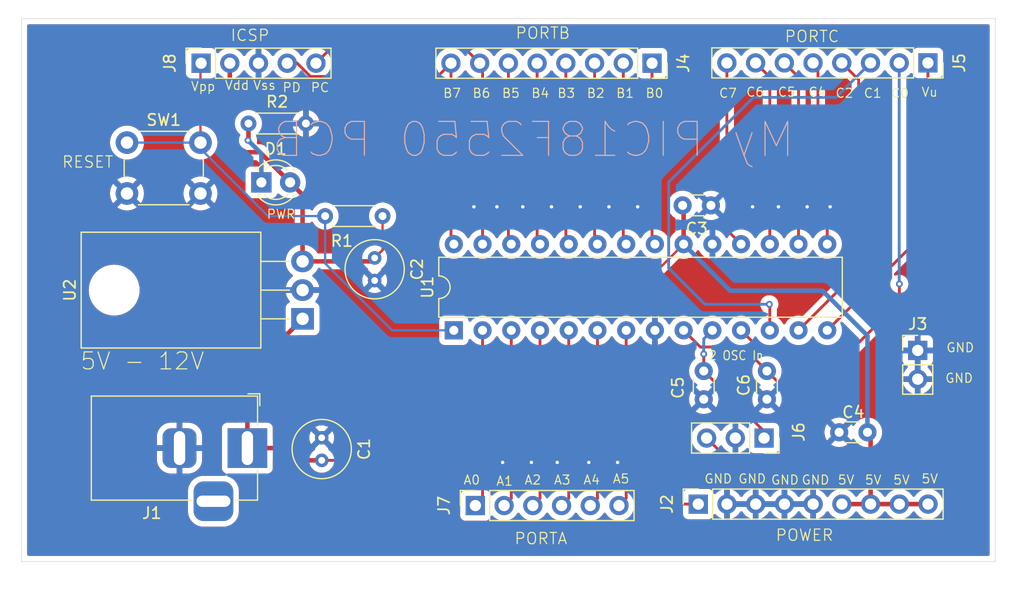
<source format=kicad_pcb>
(kicad_pcb (version 20240108) (generator "pcbnew") (generator_version "8.0")
  (layers (0 "F.Cu" signal) (31 "B.Cu" signal) (34 "B.Paste" user) (35 "F.Paste" user) (36 "B.SilkS" user "B.Silkscreen") (37 "F.SilkS" user "F.Silkscreen") (38 "B.Mask" user) (39 "F.Mask" user) (44 "Edge.Cuts" user))
  (net 0 "")
  (net 1 "GND")
  (net 2 "Vin")
  (net 3 "+5V")
  (net 4 "OSCI2")
  (net 5 "OSC1")
  (net 6 "Net-(D1-K)")
  (net 7 "RB4")
  (net 8 "RB1")
  (net 9 "RB0")
  (net 10 "RB2")
  (net 11 "RB5")
  (net 12 "RB7")
  (net 13 "RB3")
  (net 14 "RB6")
  (net 15 "RC4")
  (net 16 "RC1")
  (net 17 "RC7")
  (net 18 "Vu")
  (net 19 "RC0")
  (net 20 "RC5")
  (net 21 "RC6")
  (net 22 "RC2")
  (net 23 "RA3")
  (net 24 "RA4")
  (net 25 "RA2")
  (net 26 "RA0")
  (net 27 "RA1")
  (net 28 "RA5")
  (net 29 "MCLR")
  (footprint "Resistor_THT:R_Axial_DIN0204_L3.6mm_D1.6mm_P5.08mm_Horizontal" (layer "F.Cu") (at 86.741 48.514)
    (property "Reference" "R2" (at 2.54 -1.92 0) (layer "F.SilkS"))
    (property "Value" "10k")
    (fp_line (start 0.62 -0.92) (end 4.46 -0.92) (stroke (width 0.12)) (layer "F.SilkS"))
    (fp_line (start 0.62 0.92) (end 4.46 0.92) (stroke (width 0.12)) (layer "F.SilkS"))
    (pad "1" thru_hole circle (at 0 0) (size 1.4 1.4) (drill 0.7) (layers "*.Cu" "*.Mask") (net 6 "Net-(D1-K)"))
    (pad "2" thru_hole oval (at 5.08 0) (size 1.4 1.4) (drill 0.7) (layers "*.Cu" "*.Mask") (net 1 "GND"))
  )
  (footprint "Capacitor_THT:C_Radial_D5.0mm_H5.0mm_P2.00mm" (layer "F.Cu") (at 97.9 60.4 -90)
    (property "Reference" "C2" (at 1 -3.75 90) (layer "F.SilkS"))
    (property "Value" "1u")
    (fp_circle (center 1 0) (end 3.62 0) (stroke (width 0.12)) (fill none) (layer "F.SilkS"))
    (pad "1" thru_hole circle (at 0 0 270) (size 1.2 1.2) (drill 0.6) (layers "*.Cu" "*.Mask") (net 3 "+5V"))
    (pad "2" thru_hole circle (at 2 0 270) (size 1.2 1.2) (drill 0.6) (layers "*.Cu" "*.Mask") (net 1 "GND"))
  )
  (footprint "Capacitor_THT:C_Radial_D5.0mm_H5.0mm_P2.00mm" (layer "F.Cu") (at 93.218 76.3005 -90)
    (property "Reference" "C1" (at 1 -3.75 90) (layer "F.SilkS"))
    (property "Value" "100u")
    (fp_circle (center 1 0) (end 3.62 0) (stroke (width 0.12)) (fill none) (layer "F.SilkS"))
    (pad "1" thru_hole circle (at 0 0 270) (size 1.2 1.2) (drill 0.6) (layers "*.Cu" "*.Mask") (net 1 "GND"))
    (pad "2" thru_hole circle (at 2 0 270) (size 1.2 1.2) (drill 0.6) (layers "*.Cu" "*.Mask") (net 2 "Vin"))
  )
  (footprint "Capacitor_THT:C_Disc_D3.0mm_W1.6mm_P2.50mm" (layer "F.Cu") (at 127 70.398 -90)
    (property "Reference" "C5" (at 1.484 2.286 90) (layer "F.SilkS"))
    (property "Value" "22p")
    (fp_line (start 0.621 0.92) (end 1.879 0.92) (stroke (width 0.12)) (layer "F.SilkS"))
    (fp_line (start 0.621 -0.92) (end 1.879 -0.92) (stroke (width 0.12)) (layer "F.SilkS"))
    (pad "1" thru_hole circle (at 0 0 270) (size 1.6 1.6) (drill 0.8) (layers "*.Cu" "*.Mask") (net 4 "OSCI2"))
    (pad "2" thru_hole circle (at 2.5 0 270) (size 1.6 1.6) (drill 0.8) (layers "*.Cu" "*.Mask") (net 1 "GND"))
  )
  (footprint "Button_Switch_THT:SW_PUSH_6mm" (layer "F.Cu") (at 75.998 50.201)
    (property "Reference" "SW1" (at 3.25 -2 0) (layer "F.SilkS"))
    (property "Value" "SW_Push")
    (fp_line (start -0.25 1.5) (end -0.25 3) (stroke (width 0.12)) (layer "F.SilkS"))
    (fp_line (start 1 5.5) (end 5.5 5.5) (stroke (width 0.12)) (layer "F.SilkS"))
    (fp_line (start 5.5 -1) (end 1 -1) (stroke (width 0.12)) (layer "F.SilkS"))
    (fp_line (start 6.75 3) (end 6.75 1.5) (stroke (width 0.12)) (layer "F.SilkS"))
    (pad "1" thru_hole circle (at 0 0 90) (size 2 2) (drill 1.1) (layers "*.Cu" "*.Mask") (net 29 "MCLR"))
    (pad "1" thru_hole circle (at 6.5 0 90) (size 2 2) (drill 1.1) (layers "*.Cu" "*.Mask") (net 29 "MCLR"))
    (pad "2" thru_hole circle (at 0 4.5 90) (size 2 2) (drill 1.1) (layers "*.Cu" "*.Mask") (net 1 "GND"))
    (pad "2" thru_hole circle (at 6.5 4.5 90) (size 2 2) (drill 1.1) (layers "*.Cu" "*.Mask") (net 1 "GND"))
  )
  (footprint "Connector_PinSocket_2.54mm:PinSocket_1x03_P2.54mm_Vertical" (layer "F.Cu") (at 132.334 76.327 -90)
    (property "Reference" "J6" (at -0.533 -3.063 90) (layer "F.SilkS"))
    (property "Value" "OSC Port")
    (fp_line (start -1.33 6.41) (end 1.33 6.41) (stroke (width 0.12)) (layer "F.SilkS"))
    (fp_line (start -1.33 1.27) (end -1.33 6.41) (stroke (width 0.12)) (layer "F.SilkS"))
    (fp_line (start -1.33 1.27) (end 1.33 1.27) (stroke (width 0.12)) (layer "F.SilkS"))
    (fp_line (start 1.33 1.27) (end 1.33 6.41) (stroke (width 0.12)) (layer "F.SilkS"))
    (fp_line (start 0 -1.33) (end 1.33 -1.33) (stroke (width 0.12)) (layer "F.SilkS"))
    (fp_line (start 1.33 -1.33) (end 1.33 0) (stroke (width 0.12)) (layer "F.SilkS"))
    (pad "1" thru_hole rect (at 0 0 270) (size 1.7 1.7) (drill 1) (layers "*.Cu" "*.Mask") (net 4 "OSCI2"))
    (pad "2" thru_hole oval (at 0 2.54 270) (size 1.7 1.7) (drill 1) (layers "*.Cu" "*.Mask") (net 1 "GND"))
    (pad "3" thru_hole oval (at 0 5.08 270) (size 1.7 1.7) (drill 1) (layers "*.Cu" "*.Mask") (net 5 "OSC1"))
  )
  (footprint "Connector_BarrelJack:BarrelJack_Horizontal" (layer "F.Cu") (at 86.645 77.216)
    (property "Reference" "J1" (at -8.45 5.75 0) (layer "F.SilkS"))
    (property "Value" "Barrel_Jack")
    (fp_line (start -13.8 -4.6) (end 0.9 -4.6) (stroke (width 0.12)) (layer "F.SilkS"))
    (fp_line (start -13.8 4.6) (end -13.8 -4.6) (stroke (width 0.12)) (layer "F.SilkS"))
    (fp_line (start -5 4.6) (end -13.8 4.6) (stroke (width 0.12)) (layer "F.SilkS"))
    (fp_line (start 0.05 -4.8) (end 1.1 -4.8) (stroke (width 0.12)) (layer "F.SilkS"))
    (fp_line (start 0.9 -4.6) (end 0.9 -2) (stroke (width 0.12)) (layer "F.SilkS"))
    (fp_line (start 0.9 1.9) (end 0.9 4.6) (stroke (width 0.12)) (layer "F.SilkS"))
    (fp_line (start 0.9 4.6) (end -1 4.6) (stroke (width 0.12)) (layer "F.SilkS"))
    (fp_line (start 1.1 -3.75) (end 1.1 -4.8) (stroke (width 0.12)) (layer "F.SilkS"))
    (pad "1" thru_hole rect (at 0 0) (size 3.5 3.5) (drill oval 1 3) (layers "*.Cu" "*.Mask") (net 2 "Vin"))
    (pad "2" thru_hole roundrect (at -6 0) (size 3 3.5) (drill oval 1 3) (layers "*.Cu" "*.Mask") (net 1 "GND"))
    (pad "3" thru_hole roundrect (at -3 4.7) (size 3.5 3.5) (drill oval 3 1) (layers "*.Cu" "*.Mask"))
  )
  (footprint "Connector_PinHeader_2.54mm:PinHeader_1x02_P2.54mm_Vertical" (layer "F.Cu") (at 145.923 68.58)
    (property "Reference" "J3" (at 0 -2.33 0) (layer "F.SilkS"))
    (property "Value" "GND Hook")
    (fp_line (start -1.33 -1.33) (end 0 -1.33) (stroke (width 0.12)) (layer "F.SilkS"))
    (fp_line (start -1.33 0) (end -1.33 -1.33) (stroke (width 0.12)) (layer "F.SilkS"))
    (fp_line (start -1.33 1.27) (end -1.33 3.87) (stroke (width 0.12)) (layer "F.SilkS"))
    (fp_line (start -1.33 1.27) (end 1.33 1.27) (stroke (width 0.12)) (layer "F.SilkS"))
    (fp_line (start -1.33 3.87) (end 1.33 3.87) (stroke (width 0.12)) (layer "F.SilkS"))
    (fp_line (start 1.33 1.27) (end 1.33 3.87) (stroke (width 0.12)) (layer "F.SilkS"))
    (pad "1" thru_hole rect (at 0 0) (size 1.7 1.7) (drill 1) (layers "*.Cu" "*.Mask") (net 1 "GND"))
    (pad "2" thru_hole oval (at 0 2.54) (size 1.7 1.7) (drill 1) (layers "*.Cu" "*.Mask") (net 1 "GND"))
  )
  (footprint "Resistor_THT:R_Axial_DIN0204_L3.6mm_D1.6mm_P5.08mm_Horizontal" (layer "F.Cu") (at 98.6 56.7 180)
    (property "Reference" "R1" (at 3.6 -2.2 360) (layer "F.SilkS"))
    (property "Value" "10k")
    (fp_line (start 0.62 0.92) (end 4.46 0.92) (stroke (width 0.12)) (layer "F.SilkS"))
    (fp_line (start 0.62 -0.92) (end 4.46 -0.92) (stroke (width 0.12)) (layer "F.SilkS"))
    (pad "1" thru_hole circle (at 0 0 180) (size 1.4 1.4) (drill 0.7) (layers "*.Cu" "*.Mask") (net 3 "+5V"))
    (pad "2" thru_hole oval (at 5.08 0 180) (size 1.4 1.4) (drill 0.7) (layers "*.Cu" "*.Mask") (net 29 "MCLR"))
  )
  (footprint "Package_TO_SOT_THT:TO-220-3_Horizontal_TabDown" (layer "F.Cu") (at 91.526 65.786 90)
    (property "Reference" "U2" (at 2.54 -20.58 90) (layer "F.SilkS"))
    (property "Value" "L7805")
    (fp_line (start 7.66 -19.58) (end 7.66 -3.69) (stroke (width 0.12)) (layer "F.SilkS"))
    (fp_line (start -2.58 -19.58) (end 7.66 -19.58) (stroke (width 0.12)) (layer "F.SilkS"))
    (fp_line (start -2.58 -19.58) (end -2.58 -3.69) (stroke (width 0.12)) (layer "F.SilkS"))
    (fp_line (start 5.08 -3.69) (end 5.08 -1.15) (stroke (width 0.12)) (layer "F.SilkS"))
    (fp_line (start 2.54 -3.69) (end 2.54 -1.15) (stroke (width 0.12)) (layer "F.SilkS"))
    (fp_line (start 0 -3.69) (end 0 -1.15) (stroke (width 0.12)) (layer "F.SilkS"))
    (fp_line (start -2.58 -3.69) (end 7.66 -3.69) (stroke (width 0.12)) (layer "F.SilkS"))
    (pad "" np_thru_hole oval (at 2.54 -16.66 90) (size 3.5 3.5) (drill 3.5) (layers "*.Cu" "*.Mask"))
    (pad "1" thru_hole rect (at 0 0 90) (size 1.905 2) (drill 1.1) (layers "*.Cu" "*.Mask") (net 2 "Vin"))
    (pad "2" thru_hole oval (at 2.54 0 90) (size 1.905 2) (drill 1.1) (layers "*.Cu" "*.Mask") (net 1 "GND"))
    (pad "3" thru_hole oval (at 5.08 0 90) (size 1.905 2) (drill 1.1) (layers "*.Cu" "*.Mask") (net 3 "+5V"))
  )
  (footprint "Connector_PinSocket_2.54mm:PinSocket_1x09_P2.54mm_Vertical" (layer "F.Cu") (at 126.517 82.169 90)
    (property "Reference" "J2" (at 0 -2.77 90) (layer "F.SilkS"))
    (property "Value" "Power Port")
    (fp_line (start 1.33 -1.33) (end 1.33 0) (stroke (width 0.12)) (layer "F.SilkS"))
    (fp_line (start 0 -1.33) (end 1.33 -1.33) (stroke (width 0.12)) (layer "F.SilkS"))
    (fp_line (start 1.33 1.27) (end 1.33 21.65) (stroke (width 0.12)) (layer "F.SilkS"))
    (fp_line (start -1.33 1.27) (end 1.33 1.27) (stroke (width 0.12)) (layer "F.SilkS"))
    (fp_line (start -1.33 1.27) (end -1.33 21.65) (stroke (width 0.12)) (layer "F.SilkS"))
    (fp_line (start -1.33 21.65) (end 1.33 21.65) (stroke (width 0.12)) (layer "F.SilkS"))
    (pad "1" thru_hole rect (at 0 0 90) (size 1.7 1.7) (drill 1) (layers "*.Cu" "*.Mask") (net 2 "Vin"))
    (pad "2" thru_hole oval (at 0 2.54 90) (size 1.7 1.7) (drill 1) (layers "*.Cu" "*.Mask") (net 1 "GND"))
    (pad "3" thru_hole oval (at 0 5.08 90) (size 1.7 1.7) (drill 1) (layers "*.Cu" "*.Mask") (net 1 "GND"))
    (pad "4" thru_hole oval (at 0 7.62 90) (size 1.7 1.7) (drill 1) (layers "*.Cu" "*.Mask") (net 1 "GND"))
    (pad "5" thru_hole oval (at 0 10.16 90) (size 1.7 1.7) (drill 1) (layers "*.Cu" "*.Mask") (net 1 "GND"))
    (pad "6" thru_hole oval (at 0 12.7 90) (size 1.7 1.7) (drill 1) (layers "*.Cu" "*.Mask") (net 3 "+5V"))
    (pad "7" thru_hole oval (at 0 15.24 90) (size 1.7 1.7) (drill 1) (layers "*.Cu" "*.Mask") (net 3 "+5V"))
    (pad "8" thru_hole oval (at 0 17.78 90) (size 1.7 1.7) (drill 1) (layers "*.Cu" "*.Mask") (net 3 "+5V"))
    (pad "9" thru_hole oval (at 0 20.32 90) (size 1.7 1.7) (drill 1) (layers "*.Cu" "*.Mask") (net 3 "+5V"))
  )
  (footprint "Capacitor_THT:C_Disc_D3.0mm_W1.6mm_P2.50mm" (layer "F.Cu") (at 132.588 72.898 90)
    (property "Reference" "C6" (at 1.25 -2.05 90) (layer "F.SilkS"))
    (property "Value" "22p")
    (fp_line (start 0.621 -0.92) (end 1.879 -0.92) (stroke (width 0.12)) (layer "F.SilkS"))
    (fp_line (start 0.621 0.92) (end 1.879 0.92) (stroke (width 0.12)) (layer "F.SilkS"))
    (pad "1" thru_hole circle (at 0 0 90) (size 1.6 1.6) (drill 0.8) (layers "*.Cu" "*.Mask") (net 1 "GND"))
    (pad "2" thru_hole circle (at 2.5 0 90) (size 1.6 1.6) (drill 0.8) (layers "*.Cu" "*.Mask") (net 5 "OSC1"))
  )
  (footprint "Capacitor_THT:C_Disc_D3.0mm_W1.6mm_P2.50mm" (layer "F.Cu") (at 138.978 75.819)
    (property "Reference" "C4" (at 1.25 -1.778 0) (layer "F.SilkS"))
    (property "Value" "100n")
    (fp_line (start 0.621 -0.92) (end 1.879 -0.92) (stroke (width 0.12)) (layer "F.SilkS"))
    (fp_line (start 0.621 0.92) (end 1.879 0.92) (stroke (width 0.12)) (layer "F.SilkS"))
    (pad "1" thru_hole circle (at 0 0) (size 1.6 1.6) (drill 0.8) (layers "*.Cu" "*.Mask") (net 1 "GND"))
    (pad "2" thru_hole circle (at 2.5 0) (size 1.6 1.6) (drill 0.8) (layers "*.Cu" "*.Mask") (net 3 "+5V"))
  )
  (footprint "LED_THT:LED_D3.0mm" (layer "F.Cu") (at 87.884 53.721)
    (property "Reference" "D1" (at 1.27 -2.96 0) (layer "F.SilkS"))
    (property "Value" "LED")
    (fp_line (start -0.29 -1.236) (end -0.29 -1.08) (stroke (width 0.12)) (layer "F.SilkS"))
    (fp_line (start -0.29 1.08) (end -0.29 1.236) (stroke (width 0.12)) (layer "F.SilkS"))
    (fp_arc (start -0.29 -1.235516) (mid 1.366487 -1.987659) (end 2.942335 -1.078608) (stroke (width 0.12)) (layer "F.SilkS"))
    (fp_arc (start 0.229039 -1.08) (mid 1.270117 -1.5) (end 2.31113 -1.079837) (stroke (width 0.12)) (layer "F.SilkS"))
    (fp_arc (start 2.31113 1.079837) (mid 1.270117 1.5) (end 0.229039 1.08) (stroke (width 0.12)) (layer "F.SilkS"))
    (fp_arc (start 2.942335 1.078608) (mid 1.366487 1.987659) (end -0.29 1.235516) (stroke (width 0.12)) (layer "F.SilkS"))
    (pad "1" thru_hole rect (at 0 0) (size 1.8 1.8) (drill 0.9) (layers "*.Cu" "*.Mask") (net 6 "Net-(D1-K)"))
    (pad "2" thru_hole circle (at 2.54 0) (size 1.8 1.8) (drill 0.9) (layers "*.Cu" "*.Mask") (net 3 "+5V"))
  )
  (footprint "Connector_PinSocket_2.54mm:PinSocket_1x06_P2.54mm_Vertical" (layer "F.Cu") (at 106.807 82.296 90)
    (property "Reference" "J7" (at 0 -2.77 90) (layer "F.SilkS"))
    (property "Value" "PORTA")
    (fp_line (start 1.33 -1.33) (end 1.33 0) (stroke (width 0.12)) (layer "F.SilkS"))
    (fp_line (start 0 -1.33) (end 1.33 -1.33) (stroke (width 0.12)) (layer "F.SilkS"))
    (fp_line (start 1.33 1.27) (end 1.33 14.03) (stroke (width 0.12)) (layer "F.SilkS"))
    (fp_line (start -1.33 1.27) (end 1.33 1.27) (stroke (width 0.12)) (layer "F.SilkS"))
    (fp_line (start -1.33 1.27) (end -1.33 14.03) (stroke (width 0.12)) (layer "F.SilkS"))
    (fp_line (start -1.33 14.03) (end 1.33 14.03) (stroke (width 0.12)) (layer "F.SilkS"))
    (pad "1" thru_hole rect (at 0 0 90) (size 1.7 1.7) (drill 1) (layers "*.Cu" "*.Mask") (net 26 "RA0"))
    (pad "2" thru_hole oval (at 0 2.54 90) (size 1.7 1.7) (drill 1) (layers "*.Cu" "*.Mask") (net 27 "RA1"))
    (pad "3" thru_hole oval (at 0 5.08 90) (size 1.7 1.7) (drill 1) (layers "*.Cu" "*.Mask") (net 25 "RA2"))
    (pad "4" thru_hole oval (at 0 7.62 90) (size 1.7 1.7) (drill 1) (layers "*.Cu" "*.Mask") (net 23 "RA3"))
    (pad "5" thru_hole oval (at 0 10.16 90) (size 1.7 1.7) (drill 1) (layers "*.Cu" "*.Mask") (net 24 "RA4"))
    (pad "6" thru_hole oval (at 0 12.7 90) (size 1.7 1.7) (drill 1) (layers "*.Cu" "*.Mask") (net 28 "RA5"))
  )
  (footprint "Connector_PinSocket_2.54mm:PinSocket_1x08_P2.54mm_Vertical" (layer "F.Cu") (at 122.428 43.18 -90)
    (property "Reference" "J4" (at 0 -2.77 90) (layer "F.SilkS"))
    (property "Value" "PORTB")
    (fp_line (start -1.33 19.11) (end 1.33 19.11) (stroke (width 0.12)) (layer "F.SilkS"))
    (fp_line (start -1.33 1.27) (end -1.33 19.11) (stroke (width 0.12)) (layer "F.SilkS"))
    (fp_line (start -1.33 1.27) (end 1.33 1.27) (stroke (width 0.12)) (layer "F.SilkS"))
    (fp_line (start 1.33 1.27) (end 1.33 19.11) (stroke (width 0.12)) (layer "F.SilkS"))
    (fp_line (start 0 -1.33) (end 1.33 -1.33) (stroke (width 0.12)) (layer "F.SilkS"))
    (fp_line (start 1.33 -1.33) (end 1.33 0) (stroke (width 0.12)) (layer "F.SilkS"))
    (pad "1" thru_hole rect (at 0 0 270) (size 1.7 1.7) (drill 1) (layers "*.Cu" "*.Mask") (net 9 "RB0"))
    (pad "2" thru_hole oval (at 0 2.54 270) (size 1.7 1.7) (drill 1) (layers "*.Cu" "*.Mask") (net 8 "RB1"))
    (pad "3" thru_hole oval (at 0 5.08 270) (size 1.7 1.7) (drill 1) (layers "*.Cu" "*.Mask") (net 10 "RB2"))
    (pad "4" thru_hole oval (at 0 7.62 270) (size 1.7 1.7) (drill 1) (layers "*.Cu" "*.Mask") (net 13 "RB3"))
    (pad "5" thru_hole oval (at 0 10.16 270) (size 1.7 1.7) (drill 1) (layers "*.Cu" "*.Mask") (net 7 "RB4"))
    (pad "6" thru_hole oval (at 0 12.7 270) (size 1.7 1.7) (drill 1) (layers "*.Cu" "*.Mask") (net 11 "RB5"))
    (pad "7" thru_hole oval (at 0 15.24 270) (size 1.7 1.7) (drill 1) (layers "*.Cu" "*.Mask") (net 14 "RB6"))
    (pad "8" thru_hole oval (at 0 17.78 270) (size 1.7 1.7) (drill 1) (layers "*.Cu" "*.Mask") (net 12 "RB7"))
  )
  (footprint "Capacitor_THT:C_Disc_D3.0mm_W1.6mm_P2.50mm" (layer "F.Cu") (at 127.635 55.753 180)
    (property "Reference" "C3" (at 1.25 -2.05 0) (layer "F.SilkS"))
    (property "Value" "100n")
    (fp_line (start 0.621 0.92) (end 1.879 0.92) (stroke (width 0.12)) (layer "F.SilkS"))
    (fp_line (start 0.621 -0.92) (end 1.879 -0.92) (stroke (width 0.12)) (layer "F.SilkS"))
    (pad "1" thru_hole circle (at 0 0 180) (size 1.6 1.6) (drill 0.8) (layers "*.Cu" "*.Mask") (net 1 "GND"))
    (pad "2" thru_hole circle (at 2.5 0 180) (size 1.6 1.6) (drill 0.8) (layers "*.Cu" "*.Mask") (net 3 "+5V"))
  )
  (footprint "Connector_PinSocket_2.54mm:PinSocket_1x05_P2.54mm_Vertical" (layer "F.Cu") (at 82.55 43.18 90)
    (property "Reference" "J8" (at 0 -2.77 90) (layer "F.SilkS"))
    (property "Value" "ICSP Port")
    (fp_line (start 1.33 -1.33) (end 1.33 0) (stroke (width 0.12)) (layer "F.SilkS"))
    (fp_line (start 0 -1.33) (end 1.33 -1.33) (stroke (width 0.12)) (layer "F.SilkS"))
    (fp_line (start 1.33 1.27) (end 1.33 11.49) (stroke (width 0.12)) (layer "F.SilkS"))
    (fp_line (start -1.33 1.27) (end 1.33 1.27) (stroke (width 0.12)) (layer "F.SilkS"))
    (fp_line (start -1.33 1.27) (end -1.33 11.49) (stroke (width 0.12)) (layer "F.SilkS"))
    (fp_line (start -1.33 11.49) (end 1.33 11.49) (stroke (width 0.12)) (layer "F.SilkS"))
    (pad "1" thru_hole rect (at 0 0 90) (size 1.7 1.7) (drill 1) (layers "*.Cu" "*.Mask") (net 29 "MCLR"))
    (pad "2" thru_hole oval (at 0 2.54 90) (size 1.7 1.7) (drill 1) (layers "*.Cu" "*.Mask") (net 3 "+5V"))
    (pad "3" thru_hole oval (at 0 5.08 90) (size 1.7 1.7) (drill 1) (layers "*.Cu" "*.Mask") (net 1 "GND"))
    (pad "4" thru_hole oval (at 0 7.62 90) (size 1.7 1.7) (drill 1) (layers "*.Cu" "*.Mask") (net 12 "RB7"))
    (pad "5" thru_hole oval (at 0 10.16 90) (size 1.7 1.7) (drill 1) (layers "*.Cu" "*.Mask") (net 14 "RB6"))
  )
  (footprint "Package_DIP:DIP-28_W7.62mm" (layer "F.Cu") (at 104.902 66.802 90)
    (property "Reference" "U1" (at 3.81 -2.33 90) (layer "F.SilkS"))
    (property "Value" "PIC18F2550-ISP")
    (fp_line (start 6.46 -1.33) (end 4.81 -1.33) (stroke (width 0.12)) (layer "F.SilkS"))
    (fp_line (start 2.81 -1.33) (end 1.16 -1.33) (stroke (width 0.12)) (layer "F.SilkS"))
    (fp_line (start 1.16 -1.33) (end 1.16 34.35) (stroke (width 0.12)) (layer "F.SilkS"))
    (fp_line (start 6.46 34.35) (end 6.46 -1.33) (stroke (width 0.12)) (layer "F.SilkS"))
    (fp_line (start 1.16 34.35) (end 6.46 34.35) (stroke (width 0.12)) (layer "F.SilkS"))
    (fp_arc (start 4.81 -1.33) (mid 3.81 -0.33) (end 2.81 -1.33) (stroke (width 0.12)) (layer "F.SilkS"))
    (pad "1" thru_hole rect (at 0 0 90) (size 1.6 1.6) (drill 0.8) (layers "*.Cu" "*.Mask") (net 29 "MCLR"))
    (pad "2" thru_hole oval (at 0 2.54 90) (size 1.6 1.6) (drill 0.8) (layers "*.Cu" "*.Mask") (net 26 "RA0"))
    (pad "3" thru_hole oval (at 0 5.08 90) (size 1.6 1.6) (drill 0.8) (layers "*.Cu" "*.Mask") (net 27 "RA1"))
    (pad "4" thru_hole oval (at 0 7.62 90) (size 1.6 1.6) (drill 0.8) (layers "*.Cu" "*.Mask") (net 25 "RA2"))
    (pad "5" thru_hole oval (at 0 10.16 90) (size 1.6 1.6) (drill 0.8) (layers "*.Cu" "*.Mask") (net 23 "RA3"))
    (pad "6" thru_hole oval (at 0 12.7 90) (size 1.6 1.6) (drill 0.8) (layers "*.Cu" "*.Mask") (net 24 "RA4"))
    (pad "7" thru_hole oval (at 0 15.24 90) (size 1.6 1.6) (drill 0.8) (layers "*.Cu" "*.Mask") (net 28 "RA5"))
    (pad "8" thru_hole oval (at 0 17.78 90) (size 1.6 1.6) (drill 0.8) (layers "*.Cu" "*.Mask") (net 1 "GND"))
    (pad "9" thru_hole oval (at 0 20.32 90) (size 1.6 1.6) (drill 0.8) (layers "*.Cu" "*.Mask") (net 5 "OSC1"))
    (pad "10" thru_hole oval (at 0 22.86 90) (size 1.6 1.6) (drill 0.8) (layers "*.Cu" "*.Mask") (net 4 "OSCI2"))
    (pad "11" thru_hole oval (at 0 25.4 90) (size 1.6 1.6) (drill 0.8) (layers "*.Cu" "*.Mask") (net 19 "RC0"))
    (pad "12" thru_hole oval (at 0 27.94 90) (size 1.6 1.6) (drill 0.8) (layers "*.Cu" "*.Mask") (net 16 "RC1"))
    (pad "13" thru_hole oval (at 0 30.48 90) (size 1.6 1.6) (drill 0.8) (layers "*.Cu" "*.Mask") (net 22 "RC2"))
    (pad "14" thru_hole oval (at 0 33.02 90) (size 1.6 1.6) (drill 0.8) (layers "*.Cu" "*.Mask") (net 18 "Vu"))
    (pad "15" thru_hole oval (at 7.62 33.02 90) (size 1.6 1.6) (drill 0.8) (layers "*.Cu" "*.Mask") (net 15 "RC4"))
    (pad "16" thru_hole oval (at 7.62 30.48 90) (size 1.6 1.6) (drill 0.8) (layers "*.Cu" "*.Mask") (net 20 "RC5"))
    (pad "17" thru_hole oval (at 7.62 27.94 90) (size 1.6 1.6) (drill 0.8) (layers "*.Cu" "*.Mask") (net 21 "RC6"))
    (pad "18" thru_hole oval (at 7.62 25.4 90) (size 1.6 1.6) (drill 0.8) (layers "*.Cu" "*.Mask") (net 17 "RC7"))
    (pad "19" thru_hole oval (at 7.62 22.86 90) (size 1.6 1.6) (drill 0.8) (layers "*.Cu" "*.Mask") (net 1 "GND"))
    (pad "20" thru_hole oval (at 7.62 20.32 90) (size 1.6 1.6) (drill 0.8) (layers "*.Cu" "*.Mask") (net 3 "+5V"))
    (pad "21" thru_hole oval (at 7.62 17.78 90) (size 1.6 1.6) (drill 0.8) (layers "*.Cu" "*.Mask") (net 9 "RB0"))
    (pad "22" thru_hole oval (at 7.62 15.24 90) (size 1.6 1.6) (drill 0.8) (layers "*.Cu" "*.Mask") (net 8 "RB1"))
    (pad "23" thru_hole oval (at 7.62 12.7 90) (size 1.6 1.6) (drill 0.8) (layers "*.Cu" "*.Mask") (net 10 "RB2"))
    (pad "24" thru_hole oval (at 7.62 10.16 90) (size 1.6 1.6) (drill 0.8) (layers "*.Cu" "*.Mask") (net 13 "RB3"))
    (pad "25" thru_hole oval (at 7.62 7.62 90) (size 1.6 1.6) (drill 0.8) (layers "*.Cu" "*.Mask") (net 7 "RB4"))
    (pad "26" thru_hole oval (at 7.62 5.08 90) (size 1.6 1.6) (drill 0.8) (layers "*.Cu" "*.Mask") (net 11 "RB5"))
    (pad "27" thru_hole oval (at 7.62 2.54 90) (size 1.6 1.6) (drill 0.8) (layers "*.Cu" "*.Mask") (net 14 "RB6"))
    (pad "28" thru_hole oval (at 7.62 0 90) (size 1.6 1.6) (drill 0.8) (layers "*.Cu" "*.Mask") (net 12 "RB7"))
  )
  (footprint "Connector_PinSocket_2.54mm:PinSocket_1x08_P2.54mm_Vertical" (layer "F.Cu") (at 146.827 43.155 -90)
    (property "Reference" "J5" (at 0 -2.77 90) (layer "F.SilkS"))
    (property "Value" "PORTC")
    (fp_line (start -1.33 19.11) (end 1.33 19.11) (stroke (width 0.12)) (layer "F.SilkS"))
    (fp_line (start -1.33 1.27) (end -1.33 19.11) (stroke (width 0.12)) (layer "F.SilkS"))
    (fp_line (start -1.33 1.27) (end 1.33 1.27) (stroke (width 0.12)) (layer "F.SilkS"))
    (fp_line (start 1.33 1.27) (end 1.33 19.11) (stroke (width 0.12)) (layer "F.SilkS"))
    (fp_line (start 0 -1.33) (end 1.33 -1.33) (stroke (width 0.12)) (layer "F.SilkS"))
    (fp_line (start 1.33 -1.33) (end 1.33 0) (stroke (width 0.12)) (layer "F.SilkS"))
    (pad "1" thru_hole rect (at 0 0 270) (size 1.7 1.7) (drill 1) (layers "*.Cu" "*.Mask") (net 18 "Vu"))
    (pad "2" thru_hole oval (at 0 2.54 270) (size 1.7 1.7) (drill 1) (layers "*.Cu" "*.Mask") (net 19 "RC0"))
    (pad "3" thru_hole oval (at 0 5.08 270) (size 1.7 1.7) (drill 1) (layers "*.Cu" "*.Mask") (net 16 "RC1"))
    (pad "4" thru_hole oval (at 0 7.62 270) (size 1.7 1.7) (drill 1) (layers "*.Cu" "*.Mask") (net 22 "RC2"))
    (pad "5" thru_hole oval (at 0 10.16 270) (size 1.7 1.7) (drill 1) (layers "*.Cu" "*.Mask") (net 15 "RC4"))
    (pad "6" thru_hole oval (at 0 12.7 270) (size 1.7 1.7) (drill 1) (layers "*.Cu" "*.Mask") (net 20 "RC5"))
    (pad "7" thru_hole oval (at 0 15.24 270) (size 1.7 1.7) (drill 1) (layers "*.Cu" "*.Mask") (net 21 "RC6"))
    (pad "8" thru_hole oval (at 0 17.78 270) (size 1.7 1.7) (drill 1) (layers "*.Cu" "*.Mask") (net 17 "RC7"))
  )
  (gr_line (start 152.781 39.243) (end 66.675 39.243) (stroke (width 0.05)) (layer "Edge.Cuts"))
  (gr_line (start 66.675 87.249) (end 152.781 87.249) (stroke (width 0.05)) (layer "Edge.Cuts"))
  (gr_line (start 152.781 87.249) (end 152.781 39.243) (stroke (width 0.05)) (layer "Edge.Cuts"))
  (gr_line (start 66.675 39.243) (end 66.675 87.249) (stroke (width 0.05)) (layer "Edge.Cuts"))
  (gr_text "My PIC18F2550 PCB" (at 135.2 51.7 -0) (layer "B.SilkS") (effects (font (size 3 3) (thickness 0.1)) (justify left bottom mirror)))
  (gr_text "5V" (at 143.7 80.5 0) (layer "F.SilkS") (effects (font (size 0.8 0.8) (thickness 0.1)) (justify left bottom)))
  (gr_text "A5" (at 118.9 80.4 0) (layer "F.SilkS") (effects (font (size 0.8 0.8) (thickness 0.1)) (justify left bottom)))
  (gr_text "Vdd" (at 84.6 45.6 0) (layer "F.SilkS") (effects (font (size 0.8 0.8) (thickness 0.1)) (justify left bottom)))
  (gr_text "B5" (at 109.1 46.3 0) (layer "F.SilkS") (effects (font (size 0.8 0.8) (thickness 0.1)) (justify left bottom)))
  (gr_text "C6\n" (at 130.7 46.2 0) (layer "F.SilkS") (effects (font (size 0.8 0.8) (thickness 0.1)) (justify left bottom)))
  (gr_text "GND\n" (at 135.6 80.5 0) (layer "F.SilkS") (effects (font (size 0.8 0.8) (thickness 0.1)) (justify left bottom)))
  (gr_text "B3" (at 114 46.3 0) (layer "F.SilkS") (effects (font (size 0.8 0.8) (thickness 0.1)) (justify left bottom)))
  (gr_text "Vss" (at 87.1 45.6 0) (layer "F.SilkS") (effects (font (size 0.8 0.8) (thickness 0.1)) (justify left bottom)))
  (gr_text "PD" (at 89.7 45.8 0) (layer "F.SilkS") (effects (font (size 0.8 0.8) (thickness 0.1)) (justify left bottom)))
  (gr_text "B2" (at 116.6 46.3 0) (layer "F.SilkS") (effects (font (size 0.8 0.8) (thickness 0.1)) (justify left bottom)))
  (gr_text "5V - 12V\n" (at 71.8 70.4 0) (layer "F.SilkS") (effects (font (size 1.5 1.5) (thickness 0.1)) (justify left bottom)))
  (gr_text "A1\n" (at 108.6 80.6 0) (layer "F.SilkS") (effects (font (size 0.8 0.8) (thickness 0.1)) (justify left bottom)))
  (gr_text "B6" (at 106.5 46.3 0) (layer "F.SilkS") (effects (font (size 0.8 0.8) (thickness 0.1)) (justify left bottom)))
  (gr_text "B7" (at 103.9 46.3 0) (layer "F.SilkS") (effects (font (size 0.8 0.8) (thickness 0.1)) (justify left bottom)))
  (gr_text "GND\n" (at 132.9 80.5 0) (layer "F.SilkS") (effects (font (size 0.8 0.8) (thickness 0.1)) (justify left bottom)))
  (gr_text "A3\n" (at 113.7 80.5 0) (layer "F.SilkS") (effects (font (size 0.8 0.8) (thickness 0.1)) (justify left bottom)))
  (gr_text "5V" (at 141.2 80.5 0) (layer "F.SilkS") (effects (font (size 0.8 0.8) (thickness 0.1)) (justify left bottom)))
  (gr_text "B1" (at 119.2 46.3 0) (layer "F.SilkS") (effects (font (size 0.8 0.8) (thickness 0.1)) (justify left bottom)))
  (gr_text "C1" (at 141.1 46.3 0) (layer "F.SilkS") (effects (font (size 0.8 0.8) (thickness 0.1)) (justify left bottom)))
  (gr_text "B4" (at 111.7 46.3 0) (layer "F.SilkS") (effects (font (size 0.8 0.8) (thickness 0.1)) (justify left bottom)))
  (gr_text "Vpp\n" (at 81.6 45.7 0) (layer "F.SilkS") (effects (font (size 0.8 0.8) (thickness 0.1)) (justify left bottom)))
  (gr_text "GND\n" (at 130 80.4 0) (layer "F.SilkS") (effects (font (size 0.8 0.8) (thickness 0.1)) (justify left bottom)))
  (gr_text "PORTC\n" (at 134.1 41.4 0) (layer "F.SilkS") (effects (font (size 1 1) (thickness 0.1)) (justify left bottom)))
  (gr_text "RESET" (at 70.2 52.5 0) (layer "F.SilkS") (effects (font (size 1 1) (thickness 0.1)) (justify left bottom)))
  (gr_text "PORTA\n" (at 110.2 85.8 0) (layer "F.SilkS") (effects (font (size 1 1) (thickness 0.1)) (justify left bottom)))
  (gr_text "C5" (at 133.5 46.2 0) (layer "F.SilkS") (effects (font (size 0.8 0.8) (thickness 0.1)) (justify left bottom)))
  (gr_text "A2" (at 111.1 80.5 0) (layer "F.SilkS") (effects (font (size 0.8 0.8) (thickness 0.1)) (justify left bottom)))
  (gr_text "C0" (at 143.5 46.3 0) (layer "F.SilkS") (effects (font (size 0.8 0.8) (thickness 0.1)) (justify left bottom)))
  (gr_text "GND\n" (at 148.3 71.5 0) (layer "F.SilkS") (effects (font (size 0.8 0.8) (thickness 0.1)) (justify left bottom)))
  (gr_text "5V" (at 138.8 80.5 0) (layer "F.SilkS") (effects (font (size 0.8 0.8) (thickness 0.1)) (justify left bottom)))
  (gr_text "A4\n" (at 116.3 80.5 0) (layer "F.SilkS") (effects (font (size 0.8 0.8) (thickness 0.1)) (justify left bottom)))
  (gr_text "PWR" (at 88.3 57 0) (layer "F.SilkS") (effects (font (size 0.8 0.8) (thickness 0.1)) (justify left bottom)))
  (gr_text "POWER" (at 133.3 85.5 0) (layer "F.SilkS") (effects (font (size 1 1) (thickness 0.1)) (justify left bottom)))
  (gr_text "A0" (at 105.7 80.5 0) (layer "F.SilkS") (effects (font (size 0.8 0.8) (thickness 0.1)) (justify left bottom)))
  (gr_text "2 OSC In " (at 127.4 69.5 0) (layer "F.SilkS") (effects (font (size 0.8 0.7) (thickness 0.1)) (justify left bottom)))
  (gr_text "Vu" (at 146.2 46.2 0) (layer "F.SilkS") (effects (font (size 0.8 0.8) (thickness 0.1)) (justify left bottom)))
  (gr_text "ICSP\n" (at 85.1 41.3 0) (layer "F.SilkS") (effects (font (size 1 1) (thickness 0.1)) (justify left bottom)))
  (gr_text "C2" (at 138.6 46.3 0) (layer "F.SilkS") (effects (font (size 0.8 0.8) (thickness 0.1)) (justify left bottom)))
  (gr_text "B0" (at 121.8 46.3 0) (layer "F.SilkS") (effects (font (size 0.8 0.8) (thickness 0.1)) (justify left bottom)))
  (gr_text "PORTB" (at 110.3 41.1 0) (layer "F.SilkS") (effects (font (size 1 1) (thickness 0.1)) (justify left bottom)))
  (gr_text "GND\n" (at 127 80.4 0) (layer "F.SilkS") (effects (font (size 0.8 0.8) (thickness 0.1)) (justify left bottom)))
  (gr_text "PC" (at 92.2 45.8 0) (layer "F.SilkS") (effects (font (size 0.8 0.8) (thickness 0.1)) (justify left bottom)))
  (gr_text "GND\n" (at 148.4 68.8 0) (layer "F.SilkS") (effects (font (size 0.8 0.8) (thickness 0.1)) (justify left bottom)))
  (gr_text "C4" (at 136.2 46.2 0) (layer "F.SilkS") (effects (font (size 0.8 0.8) (thickness 0.1)) (justify left bottom)))
  (gr_text "5V" (at 146.2 80.4 0) (layer "F.SilkS") (effects (font (size 0.8 0.8) (thickness 0.1)) (justify left bottom)))
  (gr_text "C7" (at 128.3 46.3 0) (layer "F.SilkS") (effects (font (size 0.8 0.8) (thickness 0.1)) (justify left bottom)))
  (via (at 133.604 55.88) (size 0.6) (drill 0.3) (layers "F.Cu" "B.Cu") (net 1))
  (via (at 114.046 78.486) (size 0.6) (drill 0.3) (layers "F.Cu" "B.Cu") (net 1))
  (via (at 138.176 55.88) (size 0.6) (drill 0.3) (layers "F.Cu" "B.Cu") (net 1))
  (via (at 116.078 55.88) (size 0.6) (drill 0.3) (layers "F.Cu" "B.Cu") (net 1))
  (via (at 121.158 55.88) (size 0.6) (drill 0.3) (layers "F.Cu" "B.Cu") (net 1))
  (via (at 108.712 55.88) (size 0.6) (drill 0.3) (layers "F.Cu" "B.Cu") (net 1))
  (via (at 109.22 78.486) (size 0.6) (drill 0.3) (layers "F.Cu" "B.Cu") (net 1))
  (via (at 136.144 55.88) (size 0.6) (drill 0.3) (layers "F.Cu" "B.Cu") (net 1))
  (via (at 106.68 55.88) (size 0.6) (drill 0.3) (layers "F.Cu" "B.Cu") (net 1))
  (via (at 110.998 55.88) (size 0.6) (drill 0.3) (layers "F.Cu" "B.Cu") (net 1))
  (via (at 116.84 78.486) (size 0.6) (drill 0.3) (layers "F.Cu" "B.Cu") (net 1))
  (via (at 119.38 78.486) (size 0.6) (drill 0.3) (layers "F.Cu" "B.Cu") (net 1))
  (via (at 111.76 78.486) (size 0.6) (drill 0.3) (layers "F.Cu" "B.Cu") (net 1))
  (via (at 131.318 55.88) (size 0.6) (drill 0.3) (layers "F.Cu" "B.Cu") (net 1))
  (via (at 113.538 55.88) (size 0.6) (drill 0.3) (layers "F.Cu" "B.Cu") (net 1))
  (via (at 118.618 55.88) (size 0.6) (drill 0.3) (layers "F.Cu" "B.Cu") (net 1))
  (segment (start 93.218 78.3005) (end 98.1005 78.3005) (width 0.25) (layer "F.Cu") (net 2))
  (segment (start 86.645 70.667) (end 91.526 65.786) (width 0.4) (layer "F.Cu") (net 2))
  (segment (start 89.154 77.216) (end 90.2385 78.3005) (width 0.4) (layer "F.Cu") (net 2))
  (segment (start 121.9 85.1) (end 124.831 82.169) (width 0.25) (layer "F.Cu") (net 2))
  (segment (start 105 85.2) (end 105.4 85.2) (width 0.25) (layer "F.Cu") (net 2))
  (segment (start 86.645 77.216) (end 86.645 70.667) (width 0.4) (layer "F.Cu") (net 2))
  (segment (start 86.645 77.216) (end 89.154 77.216) (width 0.4) (layer "F.Cu") (net 2))
  (segment (start 124.831 82.169) (end 126.517 82.169) (width 0.25) (layer "F.Cu") (net 2))
  (segment (start 98.1005 78.3005) (end 105 85.2) (width 0.25) (layer "F.Cu") (net 2))
  (segment (start 90.2385 78.3005) (end 93.218 78.3005) (width 0.4) (layer "F.Cu") (net 2))
  (segment (start 105.4 85.2) (end 105.5 85.1) (width 0.25) (layer "F.Cu") (net 2))
  (segment (start 105.5 85.1) (end 121.9 85.1) (width 0.25) (layer "F.Cu") (net 2))
  (segment (start 91.526 60.706) (end 97.594 60.706) (width 0.4) (layer "F.Cu") (net 3))
  (segment (start 91.526 60.706) (end 91.526 54.823) (width 0.4) (layer "F.Cu") (net 3))
  (segment (start 144.297 82.169) (end 146.837 82.169) (width 0.4) (layer "F.Cu") (net 3))
  (segment (start 122.804 61.6) (end 103.3 61.6) (width 0.2) (layer "F.Cu") (net 3))
  (segment (start 85.852 51.054) (end 85.09 50.292) (width 0.4) (layer "F.Cu") (net 3))
  (segment (start 98.6 59.7) (end 97.9 60.4) (width 0.2) (layer "F.Cu") (net 3))
  (segment (start 141.757 76.098) (end 141.478 75.819) (width 0.4) (layer "F.Cu") (net 3))
  (segment (start 139.217 82.169) (end 141.757 82.169) (width 0.4) (layer "F.Cu") (net 3))
  (segment (start 103.3 61.6) (end 100.6 58.9) (width 0.2) (layer "F.Cu") (net 3))
  (segment (start 85.09 50.292) (end 85.09 43.18) (width 0.4) (layer "F.Cu") (net 3))
  (segment (start 97.508 60.4) (end 97.9 60.4) (width 0.2) (layer "F.Cu") (net 3))
  (segment (start 98.6 56.8) (end 98.6 59.7) (width 0.2) (layer "F.Cu") (net 3))
  (segment (start 91.526 54.823) (end 90.424 53.721) (width 0.4) (layer "F.Cu") (net 3))
  (segment (start 125.222 59.182) (end 122.804 61.6) (width 0.2) (layer "F.Cu") (net 3))
  (segment (start 141.757 82.169) (end 141.757 76.098) (width 0.4) (layer "F.Cu") (net 3))
  (segment (start 100.6 58.9) (end 99.4 58.9) (width 0.2) (layer "F.Cu") (net 3))
  (segment (start 125.222 59.182) (end 125.222 55.84) (width 0.4) (layer "F.Cu") (net 3))
  (segment (start 125.222 55.84) (end 125.135 55.753) (width 0.4) (layer "F.Cu") (net 3))
  (segment (start 87.757 51.054) (end 85.852 51.054) (width 0.4) (layer "F.Cu") (net 3))
  (segment (start 141.757 82.169) (end 144.297 82.169) (width 0.4) (layer "F.Cu") (net 3))
  (segment (start 99.4 58.9) (end 97.9 60.4) (width 0.2) (layer "F.Cu") (net 3))
  (segment (start 90.424 53.721) (end 87.757 51.054) (width 0.4) (layer "F.Cu") (net 3))
  (segment (start 97.594 60.706) (end 97.9 60.4) (width 0.4) (layer "F.Cu") (net 3))
  (segment (start 129.34 63.3) (end 125.222 59.182) (width 0.4) (layer "B.Cu") (net 3))
  (segment (start 137.5 63.3) (end 129.34 63.3) (width 0.4) (layer "B.Cu") (net 3))
  (segment (start 141.478 75.819) (end 141.478 67.278) (width 0.4) (layer "B.Cu") (net 3))
  (segment (start 141.478 67.278) (end 137.5 63.3) (width 0.4) (layer "B.Cu") (net 3))
  (segment (start 132.334 75.732) (end 127 70.398) (width 0.25) (layer "F.Cu") (net 4))
  (segment (start 127 70.398) (end 127 68.9) (width 0.25) (layer "F.Cu") (net 4))
  (segment (start 132.334 76.327) (end 132.334 75.732) (width 0.25) (layer "F.Cu") (net 4))
  (via (at 127 68.9) (size 0.6) (drill 0.3) (layers "F.Cu" "B.Cu") (net 4))
  (segment (start 127 68.9) (end 127 67.564) (width 0.25) (layer "B.Cu") (net 4))
  (segment (start 127 67.564) (end 127.762 66.802) (width 0.25) (layer "B.Cu") (net 4))
  (segment (start 130.465 68.275) (end 126.695 68.275) (width 0.25) (layer "F.Cu") (net 5))
  (segment (start 134.7 78.6) (end 134.7 72.51) (width 0.25) (layer "F.Cu") (net 5))
  (segment (start 129.527 78.6) (end 134.7 78.6) (width 0.25) (layer "F.Cu") (net 5))
  (segment (start 134.7 72.51) (end 132.588 70.398) (width 0.25) (layer "F.Cu") (net 5))
  (segment (start 127.254 76.327) (end 129.527 78.6) (width 0.25) (layer "F.Cu") (net 5))
  (segment (start 126.695 68.275) (end 125.222 66.802) (width 0.25) (layer "F.Cu") (net 5))
  (segment (start 132.588 70.398) (end 130.465 68.275) (width 0.25) (layer "F.Cu") (net 5))
  (segment (start 86.741 49.959) (end 86.7 50) (width 0.4) (layer "F.Cu") (net 6))
  (segment (start 86.741 48.514) (end 86.741 49.959) (width 0.4) (layer "F.Cu") (net 6))
  (via (at 86.7 50) (size 0.6) (drill 0.3) (layers "F.Cu" "B.Cu") (net 6))
  (segment (start 87.884 51.184) (end 87.884 53.721) (width 0.4) (layer "B.Cu") (net 6))
  (segment (start 86.7 50) (end 87.884 51.184) (width 0.4) (layer "B.Cu") (net 6))
  (segment (start 112.268 58.928) (end 112.522 59.182) (width 0.25) (layer "F.Cu") (net 7))
  (segment (start 112.268 43.18) (end 112.268 58.928) (width 0.25) (layer "F.Cu") (net 7))
  (segment (start 119.888 58.928) (end 120.142 59.182) (width 0.25) (layer "F.Cu") (net 8))
  (segment (start 119.888 43.18) (end 119.888 58.928) (width 0.25) (layer "F.Cu") (net 8))
  (segment (start 122.428 43.18) (end 122.428 58.928) (width 0.25) (layer "F.Cu") (net 9))
  (segment (start 122.428 58.928) (end 122.682 59.182) (width 0.25) (layer "F.Cu") (net 9))
  (segment (start 117.348 58.928) (end 117.602 59.182) (width 0.25) (layer "F.Cu") (net 10))
  (segment (start 117.348 43.18) (end 117.348 58.928) (width 0.25) (layer "F.Cu") (net 10))
  (segment (start 109.728 43.18) (end 109.728 58.928) (width 0.25) (layer "F.Cu") (net 11))
  (segment (start 109.728 58.928) (end 109.982 59.182) (width 0.25) (layer "F.Cu") (net 11))
  (segment (start 104.648 43.18) (end 104.648 58.928) (width 0.25) (layer "F.Cu") (net 12))
  (segment (start 103.473 44.355) (end 104.648 43.18) (width 0.25) (layer "F.Cu") (net 12))
  (segment (start 90.17 43.18) (end 91.048299 43.18) (width 0.25) (layer "F.Cu") (net 12))
  (segment (start 91.048299 43.18) (end 92.223299 44.355) (width 0.25) (layer "F.Cu") (net 12))
  (segment (start 104.648 58.928) (end 104.902 59.182) (width 0.25) (layer "F.Cu") (net 12))
  (segment (start 92.223299 44.355) (end 103.473 44.355) (width 0.25) (layer "F.Cu") (net 12))
  (segment (start 114.808 43.18) (end 114.808 58.928) (width 0.25) (layer "F.Cu") (net 13))
  (segment (start 114.808 58.928) (end 115.062 59.182) (width 0.25) (layer "F.Cu") (net 13))
  (segment (start 92.71 43.18) (end 95.09 40.8) (width 0.25) (layer "F.Cu") (net 14))
  (segment (start 95.09 40.8) (end 104.808 40.8) (width 0.25) (layer "F.Cu") (net 14))
  (segment (start 107.188 43.18) (end 107.442 43.434) (width 0.25) (layer "F.Cu") (net 14))
  (segment (start 104.808 40.8) (end 107.188 43.18) (width 0.25) (layer "F.Cu") (net 14))
  (segment (start 107.442 43.434) (end 107.442 59.182) (width 0.25) (layer "F.Cu") (net 14))
  (segment (start 136.667 43.155) (end 137.1 43.588) (width 0.25) (layer "F.Cu") (net 15))
  (segment (start 137.1 43.588) (end 137.1 55.952116) (width 0.25) (layer "F.Cu") (net 15))
  (segment (start 137.922 56.774116) (end 137.922 59.182) (width 0.25) (layer "F.Cu") (net 15))
  (segment (start 137.1 55.952116) (end 137.922 56.774116) (width 0.25) (layer "F.Cu") (net 15))
  (segment (start 132.842 66.802) (end 132.842 64.542) (width 0.25) (layer "F.Cu") (net 16))
  (segment (start 132.842 64.542) (end 132.8 64.5) (width 0.25) (layer "F.Cu") (net 16))
  (via (at 132.8 64.5) (size 0.6) (drill 0.3) (layers "F.Cu" "B.Cu") (net 16))
  (segment (start 132.8 64.5) (end 127.1 64.5) (width 0.25) (layer "B.Cu") (net 16))
  (segment (start 138.702 46.2) (end 141.747 43.155) (width 0.25) (layer "B.Cu") (net 16))
  (segment (start 131.4 46.2) (end 138.702 46.2) (width 0.25) (layer "B.Cu") (net 16))
  (segment (start 127.1 64.5) (end 123.9 61.3) (width 0.25) (layer "B.Cu") (net 16))
  (segment (start 123.9 61.3) (end 123.9 53.7) (width 0.25) (layer "B.Cu") (net 16))
  (segment (start 123.9 53.7) (end 131.4 46.2) (width 0.25) (layer "B.Cu") (net 16))
  (segment (start 129.047 43.155) (end 129.047 57.927) (width 0.25) (layer "F.Cu") (net 17))
  (segment (start 129.047 57.927) (end 130.302 59.182) (width 0.25) (layer "F.Cu") (net 17))
  (segment (start 137.922 66.802) (end 146.827 57.897) (width 0.25) (layer "F.Cu") (net 18))
  (segment (start 146.827 57.897) (end 146.827 43.155) (width 0.25) (layer "F.Cu") (net 18))
  (segment (start 132.2 68.7) (end 139.9 68.7) (width 0.25) (layer "F.Cu") (net 19))
  (segment (start 139.9 68.7) (end 144.3 64.3) (width 0.25) (layer "F.Cu") (net 19))
  (segment (start 144.3 64.3) (end 144.3 62.7) (width 0.25) (layer "F.Cu") (net 19))
  (segment (start 130.302 66.802) (end 132.2 68.7) (width 0.25) (layer "F.Cu") (net 19))
  (via (at 144.3 62.7) (size 0.6) (drill 0.3) (layers "F.Cu" "B.Cu") (net 19))
  (segment (start 144.287 62.687) (end 144.287 43.155) (width 0.25) (layer "B.Cu") (net 19))
  (segment (start 144.3 62.7) (end 144.287 62.687) (width 0.25) (layer "B.Cu") (net 19))
  (segment (start 135.382 44.41) (end 135.382 59.182) (width 0.25) (layer "F.Cu") (net 20))
  (segment (start 134.127 43.155) (end 135.382 44.41) (width 0.25) (layer "F.Cu") (net 20))
  (segment (start 131.587 43.155) (end 132.842 44.41) (width 0.25) (layer "F.Cu") (net 21))
  (segment (start 132.842 44.41) (end 132.842 59.182) (width 0.25) (layer "F.Cu") (net 21))
  (segment (start 140.7 61.484) (end 135.382 66.802) (width 0.25) (layer "F.Cu") (net 22))
  (segment (start 140.7 44.648) (end 140.7 61.484) (width 0.25) (layer "F.Cu") (net 22))
  (segment (start 139.207 43.155) (end 140.7 44.648) (width 0.25) (layer "F.Cu") (net 22))
  (segment (start 115.062 81.661) (end 114.427 82.296) (width 0.25) (layer "F.Cu") (net 23))
  (segment (start 115.062 66.802) (end 115.062 81.661) (width 0.25) (layer "F.Cu") (net 23))
  (segment (start 117.602 81.661) (end 116.967 82.296) (width 0.25) (layer "F.Cu") (net 24))
  (segment (start 117.602 66.802) (end 117.602 81.661) (width 0.25) (layer "F.Cu") (net 24))
  (segment (start 112.522 81.661) (end 111.887 82.296) (width 0.25) (layer "F.Cu") (net 25))
  (segment (start 112.522 66.802) (end 112.522 81.661) (width 0.25) (layer "F.Cu") (net 25))
  (segment (start 107.442 66.802) (end 107.442 81.661) (width 0.25) (layer "F.Cu") (net 26))
  (segment (start 107.442 81.661) (end 106.807 82.296) (width 0.25) (layer "F.Cu") (net 26))
  (segment (start 109.982 66.802) (end 109.982 81.661) (width 0.25) (layer "F.Cu") (net 27))
  (segment (start 109.982 81.661) (end 109.347 82.296) (width 0.25) (layer "F.Cu") (net 27))
  (segment (start 120.142 66.802) (end 120.142 81.661) (width 0.25) (layer "F.Cu") (net 28))
  (segment (start 120.142 81.661) (end 119.507 82.296) (width 0.25) (layer "F.Cu") (net 28))
  (segment (start 82.498 50.201) (end 82.498 43.232) (width 0.2) (layer "F.Cu") (net 29))
  (segment (start 82.498 43.232) (end 82.55 43.18) (width 0.2) (layer "F.Cu") (net 29))
  (segment (start 93.52 56.7) (end 88.463 56.7) (width 0.2) (layer "B.Cu") (net 29))
  (segment (start 93.52 60.881198) (end 93.52 56.7) (width 0.2) (layer "B.Cu") (net 29))
  (segment (start 82.498 50.201) (end 75.998 50.201) (width 0.2) (layer "B.Cu") (net 29))
  (segment (start 99.440802 66.802) (end 93.52 60.881198) (width 0.2) (layer "B.Cu") (net 29))
  (segment (start 82.498 50.735) (end 82.498 50.201) (width 0.2) (layer "B.Cu") (net 29))
  (segment (start 104.902 66.802) (end 99.440802 66.802) (width 0.2) (layer "B.Cu") (net 29))
  (segment (start 88.463 56.7) (end 82.498 50.735) (width 0.2) (layer "B.Cu") (net 29))
  (zone (net 1) (net_name "GND") (layer "F.Cu") (connect_pads (clearance 0.5)) (min_thickness 0.25) (fill yes (thermal_gap 0.5) (thermal_bridge_width 0.5))
    (polygon (pts (xy 155.321 37.592) (xy 155.321 88.773) (xy 154.432 89.662) (xy 64.77 89.662) (xy 64.77 37.592)))
  )
  (zone (net 1) (net_name "GND") (layer "B.Cu") (connect_pads (clearance 0.5)) (min_thickness 0.25) (fill yes (thermal_gap 0.5) (thermal_bridge_width 0.5))
    (polygon (pts (xy 155.321 37.592) (xy 155.321 88.773) (xy 154.432 89.662) (xy 64.77 89.662) (xy 64.77 37.592)))
  )
)
</source>
